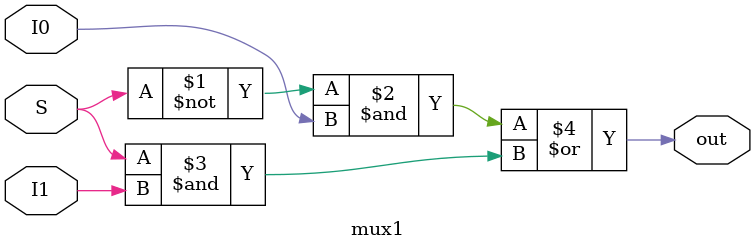
<source format=v>
module mux1 (I1, I0, S, out);
input I1, I0, S;
output out;


assign out = (~S & I0) | (S & I1);

endmodule 
</source>
